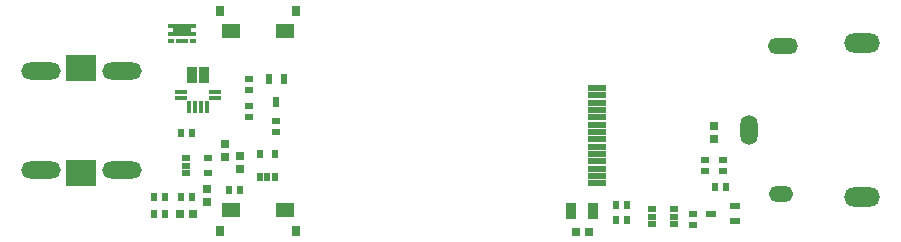
<source format=gts>
G04 #@! TF.FileFunction,Soldermask,Top*
%FSLAX46Y46*%
G04 Gerber Fmt 4.6, Leading zero omitted, Abs format (unit mm)*
G04 Created by KiCad (PCBNEW 4.0.7) date Sun Oct 15 20:20:48 2017*
%MOMM*%
%LPD*%
G01*
G04 APERTURE LIST*
%ADD10C,0.100000*%
%ADD11R,0.947320X1.417320*%
%ADD12R,0.997320X0.447320*%
%ADD13R,0.447320X0.997320*%
%ADD14R,0.647320X0.747320*%
%ADD15R,0.747320X0.647320*%
%ADD16R,0.847320X1.447320*%
%ADD17R,0.547320X0.747320*%
%ADD18R,0.747320X0.547320*%
%ADD19R,0.497320X0.447320*%
%ADD20R,1.647320X1.097320*%
%ADD21R,1.017320X0.382320*%
%ADD22R,0.797320X0.547320*%
%ADD23O,3.347320X1.447320*%
%ADD24R,2.647320X2.247320*%
%ADD25O,1.447320X2.547320*%
%ADD26O,2.547320X1.347320*%
%ADD27O,2.047320X1.347320*%
%ADD28O,3.047320X1.647320*%
%ADD29R,1.647320X0.597320*%
%ADD30R,0.847320X0.597320*%
%ADD31R,0.597320X0.847320*%
%ADD32R,1.597320X1.197320*%
%ADD33R,0.747320X0.947320*%
%ADD34R,0.547320X0.797320*%
G04 APERTURE END LIST*
D10*
D11*
X132580000Y-92630000D03*
X131580000Y-92630000D03*
D12*
X130630000Y-94130000D03*
X130630000Y-94630000D03*
D13*
X131330000Y-95330000D03*
X131830000Y-95330000D03*
X132330000Y-95330000D03*
X132830000Y-95330000D03*
D12*
X133530000Y-94630000D03*
X133530000Y-94130000D03*
D14*
X134366000Y-99610000D03*
X134366000Y-98510000D03*
X175768000Y-98086000D03*
X175768000Y-96986000D03*
D15*
X164042000Y-105918000D03*
X165142000Y-105918000D03*
D16*
X165542000Y-104140000D03*
X163642000Y-104140000D03*
D17*
X131514000Y-97536000D03*
X130614000Y-97536000D03*
X131514000Y-102997000D03*
X130614000Y-102997000D03*
X128328000Y-104394000D03*
X129228000Y-104394000D03*
X129228000Y-102997000D03*
X128328000Y-102997000D03*
D18*
X175006000Y-100780000D03*
X175006000Y-99880000D03*
X176530000Y-99880000D03*
X176530000Y-100780000D03*
D19*
X129758000Y-88504000D03*
X129758000Y-89154000D03*
X129758000Y-89804000D03*
X131608000Y-89804000D03*
X131608000Y-89154000D03*
X131608000Y-88504000D03*
D20*
X130683000Y-88829000D03*
D21*
X130720500Y-89804000D03*
D22*
X131046000Y-99680000D03*
X131046000Y-100980000D03*
X131046000Y-100330000D03*
X132946000Y-100980000D03*
X132946000Y-99680000D03*
D14*
X132842000Y-102320000D03*
X132842000Y-103420000D03*
D23*
X125586000Y-92320000D03*
X125586000Y-100720000D03*
X118786000Y-100720000D03*
X118786000Y-92320000D03*
D24*
X122186000Y-92070000D03*
X122186000Y-100970000D03*
D25*
X178710000Y-97320000D03*
D26*
X181610000Y-90170000D03*
D27*
X181410000Y-102770000D03*
D28*
X188260000Y-89920000D03*
X188260000Y-103020000D03*
D29*
X165870000Y-101820000D03*
X165870000Y-101200000D03*
X165870000Y-100580000D03*
X165870000Y-99960000D03*
X165870000Y-99340000D03*
X165870000Y-98720000D03*
X165870000Y-98100000D03*
X165870000Y-97480000D03*
X165870000Y-96860000D03*
X165870000Y-96240000D03*
X165870000Y-95620000D03*
X165870000Y-95000000D03*
X165870000Y-94380000D03*
X165870000Y-93760000D03*
D30*
X177530000Y-105044000D03*
X177530000Y-103744000D03*
X175530000Y-104394000D03*
D31*
X139334000Y-92980000D03*
X138034000Y-92980000D03*
X138684000Y-94980000D03*
D17*
X176726000Y-102108000D03*
X175826000Y-102108000D03*
D18*
X173990000Y-105352000D03*
X173990000Y-104452000D03*
D17*
X167444000Y-103632000D03*
X168344000Y-103632000D03*
X167444000Y-104902000D03*
X168344000Y-104902000D03*
D18*
X136398000Y-93022000D03*
X136398000Y-93922000D03*
X136398000Y-95308000D03*
X136398000Y-96208000D03*
D17*
X134678000Y-102362000D03*
X135578000Y-102362000D03*
D18*
X138684000Y-96578000D03*
X138684000Y-97478000D03*
D32*
X139435000Y-88935000D03*
X134885000Y-88935000D03*
D33*
X140360000Y-87210000D03*
X133960000Y-87210000D03*
D22*
X170500000Y-103998000D03*
X170500000Y-105298000D03*
X172400000Y-104648000D03*
X170500000Y-104648000D03*
X172400000Y-105298000D03*
X172400000Y-103998000D03*
D34*
X137272000Y-101280000D03*
X138572000Y-101280000D03*
X137922000Y-101280000D03*
X138572000Y-99380000D03*
X137272000Y-99380000D03*
D32*
X134885000Y-104105000D03*
X139435000Y-104105000D03*
D33*
X133960000Y-105830000D03*
X140360000Y-105830000D03*
D14*
X135636000Y-100626000D03*
X135636000Y-99526000D03*
D15*
X130514000Y-104394000D03*
X131614000Y-104394000D03*
M02*

</source>
